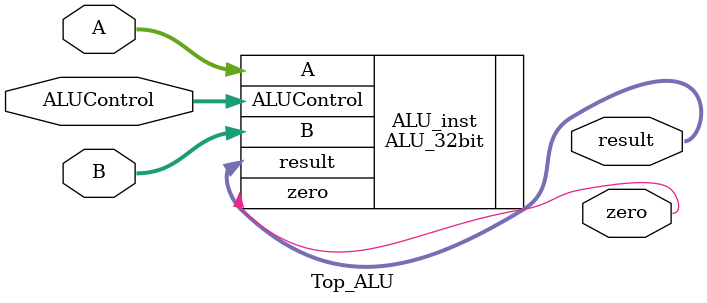
<source format=v>
module Top_ALU (
    input wire [31:0] A,
    input wire [31:0] B,
    input wire [2:0] ALUControl,
    output wire [31:0] result,
    output wire zero
);

// 32-bitlik ALU modülünü çağır
ALU_32bit ALU_inst (
    .A(A),
    .B(B),
    .ALUControl(ALUControl),
    .result(result),
    .zero(zero)
);

endmodule
</source>
